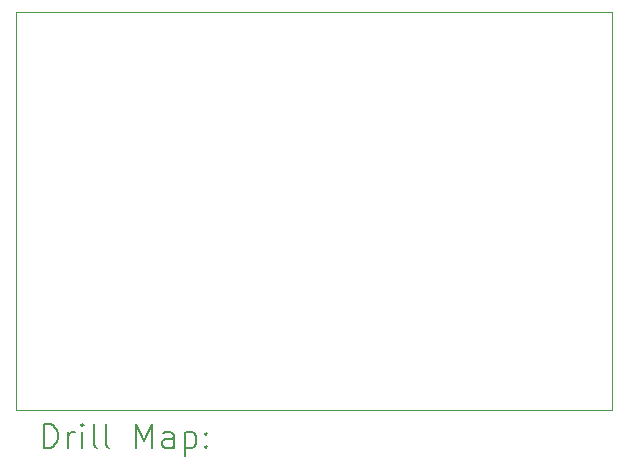
<source format=gbr>
%TF.GenerationSoftware,KiCad,Pcbnew,7.0.2*%
%TF.CreationDate,2023-09-05T18:36:46-07:00*%
%TF.ProjectId,fuse_test,66757365-5f74-4657-9374-2e6b69636164,rev?*%
%TF.SameCoordinates,Original*%
%TF.FileFunction,Drillmap*%
%TF.FilePolarity,Positive*%
%FSLAX45Y45*%
G04 Gerber Fmt 4.5, Leading zero omitted, Abs format (unit mm)*
G04 Created by KiCad (PCBNEW 7.0.2) date 2023-09-05 18:36:46*
%MOMM*%
%LPD*%
G01*
G04 APERTURE LIST*
%ADD10C,0.100000*%
%ADD11C,0.200000*%
G04 APERTURE END LIST*
D10*
X1253070Y-1238240D02*
X6299200Y-1238240D01*
X6299200Y-4612640D01*
X1253070Y-4612640D01*
X1253070Y-1238240D01*
D11*
X1495689Y-4930164D02*
X1495689Y-4730164D01*
X1495689Y-4730164D02*
X1543308Y-4730164D01*
X1543308Y-4730164D02*
X1571880Y-4739688D01*
X1571880Y-4739688D02*
X1590927Y-4758735D01*
X1590927Y-4758735D02*
X1600451Y-4777783D01*
X1600451Y-4777783D02*
X1609975Y-4815878D01*
X1609975Y-4815878D02*
X1609975Y-4844450D01*
X1609975Y-4844450D02*
X1600451Y-4882545D01*
X1600451Y-4882545D02*
X1590927Y-4901592D01*
X1590927Y-4901592D02*
X1571880Y-4920640D01*
X1571880Y-4920640D02*
X1543308Y-4930164D01*
X1543308Y-4930164D02*
X1495689Y-4930164D01*
X1695689Y-4930164D02*
X1695689Y-4796830D01*
X1695689Y-4834926D02*
X1705213Y-4815878D01*
X1705213Y-4815878D02*
X1714737Y-4806354D01*
X1714737Y-4806354D02*
X1733784Y-4796830D01*
X1733784Y-4796830D02*
X1752832Y-4796830D01*
X1819499Y-4930164D02*
X1819499Y-4796830D01*
X1819499Y-4730164D02*
X1809975Y-4739688D01*
X1809975Y-4739688D02*
X1819499Y-4749211D01*
X1819499Y-4749211D02*
X1829022Y-4739688D01*
X1829022Y-4739688D02*
X1819499Y-4730164D01*
X1819499Y-4730164D02*
X1819499Y-4749211D01*
X1943308Y-4930164D02*
X1924261Y-4920640D01*
X1924261Y-4920640D02*
X1914737Y-4901592D01*
X1914737Y-4901592D02*
X1914737Y-4730164D01*
X2048070Y-4930164D02*
X2029022Y-4920640D01*
X2029022Y-4920640D02*
X2019499Y-4901592D01*
X2019499Y-4901592D02*
X2019499Y-4730164D01*
X2276642Y-4930164D02*
X2276642Y-4730164D01*
X2276642Y-4730164D02*
X2343308Y-4873021D01*
X2343308Y-4873021D02*
X2409975Y-4730164D01*
X2409975Y-4730164D02*
X2409975Y-4930164D01*
X2590927Y-4930164D02*
X2590927Y-4825402D01*
X2590927Y-4825402D02*
X2581404Y-4806354D01*
X2581404Y-4806354D02*
X2562356Y-4796830D01*
X2562356Y-4796830D02*
X2524261Y-4796830D01*
X2524261Y-4796830D02*
X2505213Y-4806354D01*
X2590927Y-4920640D02*
X2571880Y-4930164D01*
X2571880Y-4930164D02*
X2524261Y-4930164D01*
X2524261Y-4930164D02*
X2505213Y-4920640D01*
X2505213Y-4920640D02*
X2495689Y-4901592D01*
X2495689Y-4901592D02*
X2495689Y-4882545D01*
X2495689Y-4882545D02*
X2505213Y-4863497D01*
X2505213Y-4863497D02*
X2524261Y-4853973D01*
X2524261Y-4853973D02*
X2571880Y-4853973D01*
X2571880Y-4853973D02*
X2590927Y-4844450D01*
X2686165Y-4796830D02*
X2686165Y-4996830D01*
X2686165Y-4806354D02*
X2705213Y-4796830D01*
X2705213Y-4796830D02*
X2743308Y-4796830D01*
X2743308Y-4796830D02*
X2762356Y-4806354D01*
X2762356Y-4806354D02*
X2771880Y-4815878D01*
X2771880Y-4815878D02*
X2781404Y-4834926D01*
X2781404Y-4834926D02*
X2781404Y-4892069D01*
X2781404Y-4892069D02*
X2771880Y-4911116D01*
X2771880Y-4911116D02*
X2762356Y-4920640D01*
X2762356Y-4920640D02*
X2743308Y-4930164D01*
X2743308Y-4930164D02*
X2705213Y-4930164D01*
X2705213Y-4930164D02*
X2686165Y-4920640D01*
X2867118Y-4911116D02*
X2876642Y-4920640D01*
X2876642Y-4920640D02*
X2867118Y-4930164D01*
X2867118Y-4930164D02*
X2857594Y-4920640D01*
X2857594Y-4920640D02*
X2867118Y-4911116D01*
X2867118Y-4911116D02*
X2867118Y-4930164D01*
X2867118Y-4806354D02*
X2876642Y-4815878D01*
X2876642Y-4815878D02*
X2867118Y-4825402D01*
X2867118Y-4825402D02*
X2857594Y-4815878D01*
X2857594Y-4815878D02*
X2867118Y-4806354D01*
X2867118Y-4806354D02*
X2867118Y-4825402D01*
M02*

</source>
